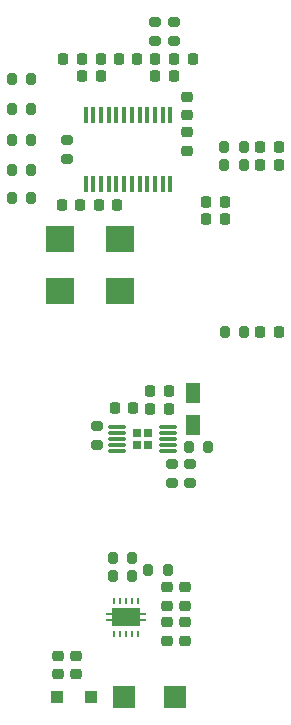
<source format=gbr>
%TF.GenerationSoftware,KiCad,Pcbnew,9.0.7+1*%
%TF.CreationDate,Date%
%TF.ProjectId,Cellule_de_force_V2,43656c6c-756c-4655-9f64-655f666f7263,+ (Unreleased)*%
%TF.SameCoordinates,Original*%
%TF.FileFunction,Paste,Top*%
%TF.FilePolarity,Positive*%
%FSLAX46Y46*%
G04 Gerber Fmt 4.6, Leading zero omitted, Abs format (unit mm)*
G04 Created by KiCad*
%MOMM*%
%LPD*%
G01*
G04 APERTURE LIST*
G04 Aperture macros list*
%AMRoundRect*
0 Rectangle with rounded corners*
0 $1 Rounding radius*
0 $2 $3 $4 $5 $6 $7 $8 $9 X,Y pos of 4 corners*
0 Add a 4 corners polygon primitive as box body*
4,1,4,$2,$3,$4,$5,$6,$7,$8,$9,$2,$3,0*
0 Add four circle primitives for the rounded corners*
1,1,$1+$1,$2,$3*
1,1,$1+$1,$4,$5*
1,1,$1+$1,$6,$7*
1,1,$1+$1,$8,$9*
0 Add four rect primitives between the rounded corners*
20,1,$1+$1,$2,$3,$4,$5,0*
20,1,$1+$1,$4,$5,$6,$7,0*
20,1,$1+$1,$6,$7,$8,$9,0*
20,1,$1+$1,$8,$9,$2,$3,0*%
G04 Aperture macros list end*
%ADD10RoundRect,0.225000X0.225000X0.250000X-0.225000X0.250000X-0.225000X-0.250000X0.225000X-0.250000X0*%
%ADD11RoundRect,0.218750X0.218750X0.256250X-0.218750X0.256250X-0.218750X-0.256250X0.218750X-0.256250X0*%
%ADD12RoundRect,0.225000X-0.225000X-0.250000X0.225000X-0.250000X0.225000X0.250000X-0.225000X0.250000X0*%
%ADD13RoundRect,0.185000X-0.185000X-0.195000X0.185000X-0.195000X0.185000X0.195000X-0.185000X0.195000X0*%
%ADD14RoundRect,0.075000X-0.650000X-0.075000X0.650000X-0.075000X0.650000X0.075000X-0.650000X0.075000X0*%
%ADD15RoundRect,0.225000X-0.250000X0.225000X-0.250000X-0.225000X0.250000X-0.225000X0.250000X0.225000X0*%
%ADD16RoundRect,0.200000X-0.200000X-0.275000X0.200000X-0.275000X0.200000X0.275000X-0.200000X0.275000X0*%
%ADD17RoundRect,0.225000X0.250000X-0.225000X0.250000X0.225000X-0.250000X0.225000X-0.250000X-0.225000X0*%
%ADD18RoundRect,0.200000X0.200000X0.275000X-0.200000X0.275000X-0.200000X-0.275000X0.200000X-0.275000X0*%
%ADD19RoundRect,0.200000X-0.275000X0.200000X-0.275000X-0.200000X0.275000X-0.200000X0.275000X0.200000X0*%
%ADD20RoundRect,0.250000X-0.300000X-0.300000X0.300000X-0.300000X0.300000X0.300000X-0.300000X0.300000X0*%
%ADD21R,2.400000X2.300000*%
%ADD22R,1.300000X1.700000*%
%ADD23R,0.240000X0.600000*%
%ADD24R,2.400000X1.650000*%
%ADD25R,0.500000X0.250000*%
%ADD26RoundRect,0.200000X0.275000X-0.200000X0.275000X0.200000X-0.275000X0.200000X-0.275000X-0.200000X0*%
%ADD27R,1.850000X1.900000*%
%ADD28R,0.450000X1.450000*%
G04 APERTURE END LIST*
D10*
%TO.C,C15*%
X151940000Y-110460000D03*
X150390000Y-110460000D03*
%TD*%
D11*
%TO.C,D2*%
X161275000Y-91300000D03*
X159700000Y-91300000D03*
%TD*%
D12*
%TO.C,C16*%
X147375000Y-111900000D03*
X148925000Y-111900000D03*
%TD*%
D13*
%TO.C,U2*%
X149290000Y-114030000D03*
X149290000Y-114970000D03*
X150210000Y-114030000D03*
X150210000Y-114970000D03*
D14*
X147600000Y-113500000D03*
X147600000Y-114000000D03*
X147600000Y-114500000D03*
X147600000Y-115000000D03*
X147600000Y-115500000D03*
X151900000Y-115500000D03*
X151900000Y-115000000D03*
X151900000Y-114500000D03*
X151900000Y-114000000D03*
X151900000Y-113500000D03*
%TD*%
D15*
%TO.C,C3*%
X153500000Y-85525000D03*
X153500000Y-87075000D03*
%TD*%
D10*
%TO.C,C5*%
X146175000Y-83800000D03*
X144625000Y-83800000D03*
%TD*%
D16*
%TO.C,R10*%
X156662500Y-89800000D03*
X158312500Y-89800000D03*
%TD*%
D10*
%TO.C,C13*%
X151940000Y-111970000D03*
X150390000Y-111970000D03*
%TD*%
D17*
%TO.C,C22*%
X151825000Y-131575000D03*
X151825000Y-130025000D03*
%TD*%
D10*
%TO.C,C9*%
X144575000Y-82300000D03*
X143025000Y-82300000D03*
%TD*%
D16*
%TO.C,R7*%
X138675000Y-86600000D03*
X140325000Y-86600000D03*
%TD*%
D17*
%TO.C,C19*%
X144100000Y-134400000D03*
X144100000Y-132850000D03*
%TD*%
D18*
%TO.C,R16*%
X158325000Y-105400000D03*
X156675000Y-105400000D03*
%TD*%
D16*
%TO.C,R3*%
X138675000Y-89200000D03*
X140325000Y-89200000D03*
%TD*%
D10*
%TO.C,C7*%
X147775000Y-82300000D03*
X146225000Y-82300000D03*
%TD*%
D17*
%TO.C,C4*%
X153500000Y-90075000D03*
X153500000Y-88525000D03*
%TD*%
D15*
%TO.C,C17*%
X151825000Y-127050000D03*
X151825000Y-128600000D03*
%TD*%
D12*
%TO.C,C11*%
X146025000Y-94700000D03*
X147575000Y-94700000D03*
%TD*%
D19*
%TO.C,R1*%
X152400000Y-79175000D03*
X152400000Y-80825000D03*
%TD*%
%TO.C,R8*%
X143300000Y-89175000D03*
X143300000Y-90825000D03*
%TD*%
D10*
%TO.C,C8*%
X150775000Y-82300000D03*
X149225000Y-82300000D03*
%TD*%
D15*
%TO.C,C18*%
X153325000Y-127050000D03*
X153325000Y-128600000D03*
%TD*%
D10*
%TO.C,C6*%
X152375000Y-83800000D03*
X150825000Y-83800000D03*
%TD*%
D16*
%TO.C,R4*%
X138675000Y-84000000D03*
X140325000Y-84000000D03*
%TD*%
D19*
%TO.C,R14*%
X145850000Y-113375000D03*
X145850000Y-115025000D03*
%TD*%
D12*
%TO.C,C2*%
X155125000Y-95900000D03*
X156675000Y-95900000D03*
%TD*%
D20*
%TO.C,D3*%
X142525000Y-136300000D03*
X145325000Y-136300000D03*
%TD*%
D17*
%TO.C,C20*%
X142600000Y-134400000D03*
X142600000Y-132850000D03*
%TD*%
D16*
%TO.C,R11*%
X156662500Y-91300000D03*
X158312500Y-91300000D03*
%TD*%
%TO.C,R6*%
X138675000Y-94100000D03*
X140325000Y-94100000D03*
%TD*%
D21*
%TO.C,Y1*%
X142720000Y-102000000D03*
X147800000Y-102000000D03*
X147800000Y-97600000D03*
X142720000Y-97600000D03*
%TD*%
D11*
%TO.C,D1*%
X161287500Y-89790000D03*
X159712500Y-89790000D03*
%TD*%
D10*
%TO.C,C10*%
X153975000Y-82300000D03*
X152425000Y-82300000D03*
%TD*%
D19*
%TO.C,R2*%
X150800000Y-79175000D03*
X150800000Y-80825000D03*
%TD*%
D12*
%TO.C,C1*%
X155125000Y-94400000D03*
X156675000Y-94400000D03*
%TD*%
D18*
%TO.C,R9*%
X155305000Y-115170000D03*
X153655000Y-115170000D03*
%TD*%
D16*
%TO.C,R5*%
X138650000Y-91700000D03*
X140300000Y-91700000D03*
%TD*%
D18*
%TO.C,R17*%
X148850000Y-124600000D03*
X147200000Y-124600000D03*
%TD*%
D22*
%TO.C,C14*%
X153990000Y-113320000D03*
X153990000Y-110620000D03*
%TD*%
D11*
%TO.C,D4*%
X161287500Y-105400000D03*
X159712500Y-105400000D03*
%TD*%
D16*
%TO.C,R15*%
X147200000Y-126100000D03*
X148850000Y-126100000D03*
%TD*%
D23*
%TO.C,IC2*%
X149325000Y-128200000D03*
X148825000Y-128200000D03*
X148325000Y-128200000D03*
X147825000Y-128200000D03*
X147325000Y-128200000D03*
X147325000Y-131000000D03*
X147825000Y-131000000D03*
X148325000Y-131000000D03*
X148825000Y-131000000D03*
X149325000Y-131000000D03*
D24*
X148325000Y-129600000D03*
D25*
X146875000Y-129350000D03*
X146875000Y-129850000D03*
X149775000Y-129850000D03*
X149775000Y-129350000D03*
%TD*%
D17*
%TO.C,C21*%
X153325000Y-131575000D03*
X153325000Y-130025000D03*
%TD*%
D26*
%TO.C,R13*%
X153750000Y-118250000D03*
X153750000Y-116600000D03*
%TD*%
D18*
%TO.C,R18*%
X151850000Y-125600000D03*
X150200000Y-125600000D03*
%TD*%
D27*
%TO.C,L1*%
X152475000Y-136300000D03*
X148125000Y-136300000D03*
%TD*%
D28*
%TO.C,U1*%
X144925000Y-92900000D03*
X145575000Y-92900000D03*
X146225000Y-92900000D03*
X146875000Y-92900000D03*
X147525000Y-92900000D03*
X148175000Y-92900000D03*
X148825000Y-92900000D03*
X149475000Y-92900000D03*
X150125000Y-92900000D03*
X150775000Y-92900000D03*
X151425000Y-92900000D03*
X152075000Y-92900000D03*
X152075000Y-87100000D03*
X151425000Y-87100000D03*
X150775000Y-87100000D03*
X150125000Y-87100000D03*
X149475000Y-87100000D03*
X148825000Y-87100000D03*
X148175000Y-87100000D03*
X147525000Y-87100000D03*
X146875000Y-87100000D03*
X146225000Y-87100000D03*
X145575000Y-87100000D03*
X144925000Y-87100000D03*
%TD*%
D19*
%TO.C,R12*%
X152250000Y-116575000D03*
X152250000Y-118225000D03*
%TD*%
D10*
%TO.C,C12*%
X144475000Y-94700000D03*
X142925000Y-94700000D03*
%TD*%
M02*

</source>
